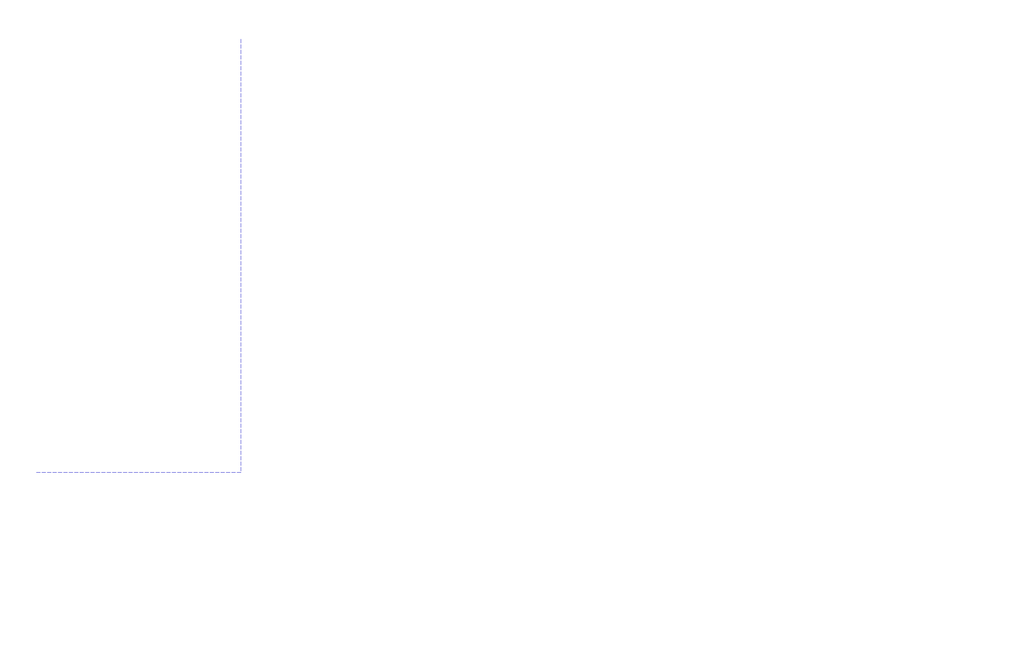
<source format=kicad_sch>
(kicad_sch (version 20211123) (generator eeschema)
  (paper "B")
  (title_block (title "Blank Card for SLI Backplane") (date "2021-11-05") (rev "A") (company "Sierra Lobo INC."))
  (lib_symbols)
  (polyline (pts (xy 101.6 16.51) (xy 101.6 199.39)))
  (polyline (pts (xy 101.6 199.39) (xy 15.24 199.39)))
  (polyline (pts (xy 1041.4 464.82) (xy 1041.4 452.12)))
)
</source>
